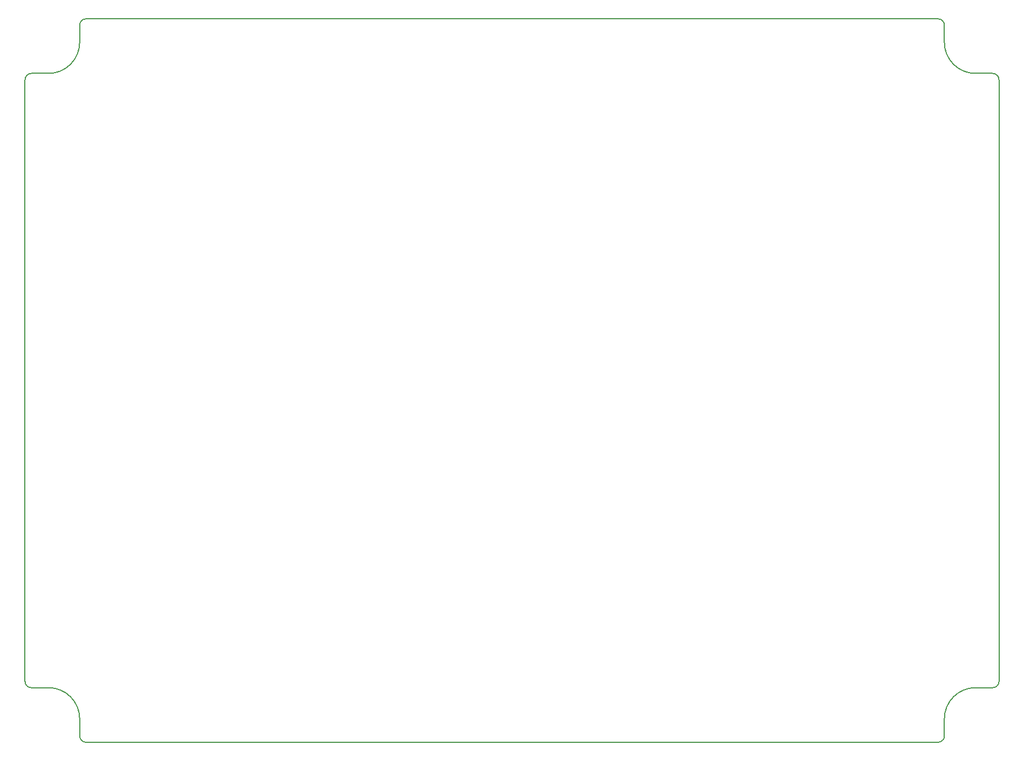
<source format=gm1>
G04 #@! TF.GenerationSoftware,KiCad,Pcbnew,7.0.7-7.0.7~ubuntu22.04.1*
G04 #@! TF.CreationDate,2023-09-16T20:12:51-03:00*
G04 #@! TF.ProjectId,EQfixture,45516669-7874-4757-9265-2e6b69636164,rev?*
G04 #@! TF.SameCoordinates,Original*
G04 #@! TF.FileFunction,Profile,NP*
%FSLAX46Y46*%
G04 Gerber Fmt 4.6, Leading zero omitted, Abs format (unit mm)*
G04 Created by KiCad (PCBNEW 7.0.7-7.0.7~ubuntu22.04.1) date 2023-09-16 20:12:51*
%MOMM*%
%LPD*%
G01*
G04 APERTURE LIST*
G04 #@! TA.AperFunction,Profile*
%ADD10C,0.200000*%
G04 #@! TD*
G04 APERTURE END LIST*
D10*
X216188494Y-34289770D02*
G75*
G03*
X215215256Y-33316606I-973094J70D01*
G01*
X84175256Y-144702935D02*
X215215256Y-144702935D01*
X215215256Y-33316606D02*
X84175256Y-33316606D01*
X78415256Y-41716602D02*
G75*
G03*
X83202092Y-36929770I4J4786832D01*
G01*
X220975256Y-136302921D02*
G75*
G03*
X216188421Y-141089770I44J-4786879D01*
G01*
X83202092Y-34289770D02*
X83202092Y-36929770D01*
X220975256Y-136302935D02*
X223615256Y-136302935D01*
X223615256Y-136302921D02*
G75*
G03*
X224588421Y-135329770I44J973121D01*
G01*
X74802092Y-42689770D02*
X74802092Y-135329770D01*
X78415256Y-41716606D02*
X75775256Y-41716606D01*
X75775256Y-41716592D02*
G75*
G03*
X74802092Y-42689770I44J-973208D01*
G01*
X223615256Y-41716606D02*
X220975256Y-41716606D01*
X83202166Y-143729770D02*
G75*
G03*
X84175256Y-144702934I973234J70D01*
G01*
X83202092Y-141089770D02*
X83202092Y-143729770D01*
X224588421Y-135329770D02*
X224588421Y-42698770D01*
X224588495Y-42698771D02*
G75*
G03*
X223615256Y-41716563I-973095J9071D01*
G01*
X216188420Y-143729770D02*
X216188420Y-141089770D01*
X84175256Y-33316592D02*
G75*
G03*
X83202092Y-34289770I44J-973208D01*
G01*
X216188420Y-36929770D02*
X216188420Y-34289770D01*
X216188494Y-36929770D02*
G75*
G03*
X220975256Y-41716606I4786906J70D01*
G01*
X74802166Y-135329770D02*
G75*
G03*
X75775256Y-136302934I973234J70D01*
G01*
X75775256Y-136302935D02*
X78415256Y-136302935D01*
X83202166Y-141089770D02*
G75*
G03*
X78415256Y-136302934I-4786766J70D01*
G01*
X215215256Y-144702921D02*
G75*
G03*
X216188421Y-143729770I44J973121D01*
G01*
M02*

</source>
